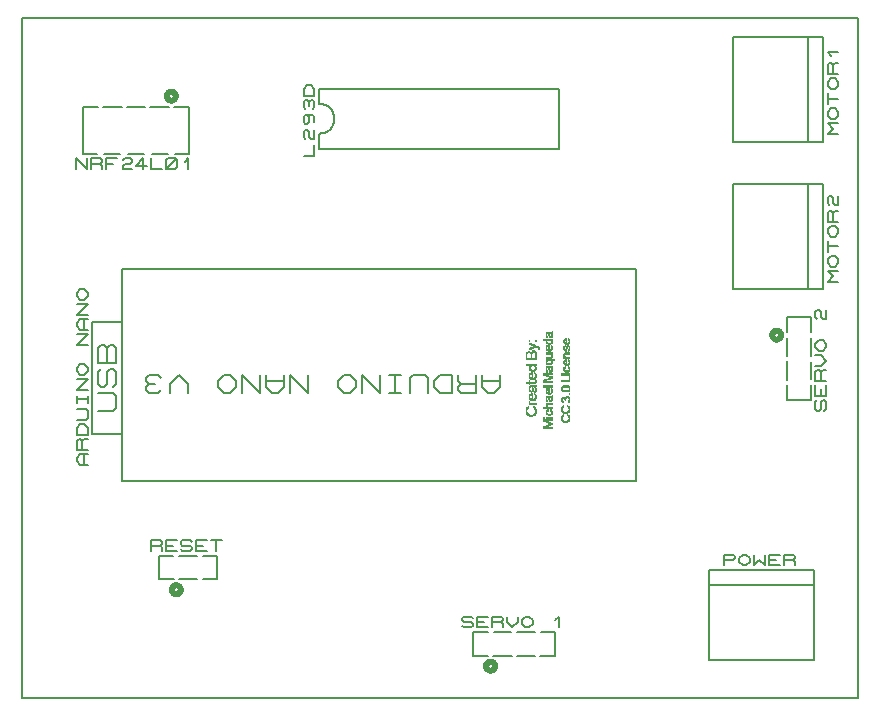
<source format=gbr>
G04 PROTEUS GERBER X2 FILE*
%TF.GenerationSoftware,Labcenter,Proteus,8.9-SP2-Build28501*%
%TF.CreationDate,2020-07-14T17:10:42+00:00*%
%TF.FileFunction,Legend,Top*%
%TF.FilePolarity,Positive*%
%TF.Part,Single*%
%TF.SameCoordinates,{7d90a529-71f2-4dae-951e-d5efde4002f7}*%
%FSLAX45Y45*%
%MOMM*%
G01*
%TA.AperFunction,Profile*%
%ADD18C,0.203200*%
%TA.AperFunction,Material*%
%ADD19C,0.203200*%
%ADD70C,0.063500*%
%ADD71C,0.508000*%
%ADD20C,0.152400*%
%TD.AperFunction*%
D18*
X-5054600Y-1854200D02*
X+2019300Y-1854200D01*
X+2019300Y+3898900D01*
X-5054600Y+3898900D01*
X-5054600Y-1854200D01*
D19*
X-4210000Y-22200D02*
X+140000Y-22200D01*
X+140000Y+1778600D01*
X-4210000Y+1778600D01*
X-4210000Y-22200D01*
X-4460000Y+377800D02*
X-4210000Y+377800D01*
X-4210000Y+1327800D01*
X-4460000Y+1327800D01*
X-4460000Y+377800D01*
X-4409200Y+577800D02*
X-4282200Y+577800D01*
X-4256800Y+603200D01*
X-4256800Y+704800D01*
X-4282200Y+730200D01*
X-4409200Y+730200D01*
X-4282200Y+781000D02*
X-4256800Y+806400D01*
X-4256800Y+908000D01*
X-4282200Y+933400D01*
X-4307600Y+933400D01*
X-4333000Y+908000D01*
X-4333000Y+806400D01*
X-4358400Y+781000D01*
X-4383800Y+781000D01*
X-4409200Y+806400D01*
X-4409200Y+908000D01*
X-4383800Y+933400D01*
X-4256800Y+984200D02*
X-4409200Y+984200D01*
X-4409200Y+1111200D01*
X-4383800Y+1136600D01*
X-4358400Y+1136600D01*
X-4333000Y+1111200D01*
X-4307600Y+1136600D01*
X-4282200Y+1136600D01*
X-4256800Y+1111200D01*
X-4256800Y+984200D01*
X-4333000Y+984200D02*
X-4333000Y+1111200D01*
X-1010000Y+881000D02*
X-1010000Y+779400D01*
X-1060800Y+728600D01*
X-1111600Y+728600D01*
X-1162400Y+779400D01*
X-1162400Y+881000D01*
X-1010000Y+830200D02*
X-1162400Y+830200D01*
X-1213200Y+881000D02*
X-1213200Y+728600D01*
X-1340200Y+728600D01*
X-1365600Y+754000D01*
X-1365600Y+779400D01*
X-1340200Y+804800D01*
X-1213200Y+804800D01*
X-1340200Y+804800D02*
X-1365600Y+830200D01*
X-1365600Y+881000D01*
X-1416400Y+881000D02*
X-1416400Y+728600D01*
X-1518000Y+728600D01*
X-1568800Y+779400D01*
X-1568800Y+830200D01*
X-1518000Y+881000D01*
X-1416400Y+881000D01*
X-1619600Y+728600D02*
X-1619600Y+855600D01*
X-1645000Y+881000D01*
X-1746600Y+881000D01*
X-1772000Y+855600D01*
X-1772000Y+728600D01*
X-1848200Y+728600D02*
X-1949800Y+728600D01*
X-1899000Y+728600D02*
X-1899000Y+881000D01*
X-1848200Y+881000D02*
X-1949800Y+881000D01*
X-2026000Y+881000D02*
X-2026000Y+728600D01*
X-2178400Y+881000D01*
X-2178400Y+728600D01*
X-2229200Y+779400D02*
X-2280000Y+728600D01*
X-2330800Y+728600D01*
X-2381600Y+779400D01*
X-2381600Y+830200D01*
X-2330800Y+881000D01*
X-2280000Y+881000D01*
X-2229200Y+830200D01*
X-2229200Y+779400D01*
X-2635600Y+881000D02*
X-2635600Y+728600D01*
X-2788000Y+881000D01*
X-2788000Y+728600D01*
X-2838800Y+881000D02*
X-2838800Y+779400D01*
X-2889600Y+728600D01*
X-2940400Y+728600D01*
X-2991200Y+779400D01*
X-2991200Y+881000D01*
X-2838800Y+830200D02*
X-2991200Y+830200D01*
X-3042000Y+881000D02*
X-3042000Y+728600D01*
X-3194400Y+881000D01*
X-3194400Y+728600D01*
X-3245200Y+779400D02*
X-3296000Y+728600D01*
X-3346800Y+728600D01*
X-3397600Y+779400D01*
X-3397600Y+830200D01*
X-3346800Y+881000D01*
X-3296000Y+881000D01*
X-3245200Y+830200D01*
X-3245200Y+779400D01*
X-3651600Y+728600D02*
X-3651600Y+804800D01*
X-3727800Y+881000D01*
X-3804000Y+804800D01*
X-3804000Y+728600D01*
X-3880200Y+754000D02*
X-3905600Y+728600D01*
X-3981800Y+728600D01*
X-4007200Y+754000D01*
X-4007200Y+779400D01*
X-3981800Y+804800D01*
X-4007200Y+830200D01*
X-4007200Y+855600D01*
X-3981800Y+881000D01*
X-3905600Y+881000D01*
X-3880200Y+855600D01*
X-3931000Y+804800D02*
X-3981800Y+804800D01*
D70*
X-789680Y+563360D02*
X-789680Y+593840D01*
X-789680Y+959600D02*
X-789680Y+969760D01*
X-789680Y+1015480D02*
X-789680Y+1066280D01*
X-784600Y+548120D02*
X-784600Y+604000D01*
X-784600Y+812280D02*
X-784600Y+822440D01*
X-784600Y+959600D02*
X-784600Y+969760D01*
X-784600Y+1015480D02*
X-784600Y+1076440D01*
X-779520Y+543040D02*
X-779520Y+563360D01*
X-779520Y+593840D02*
X-779520Y+609080D01*
X-779520Y+812280D02*
X-779520Y+822440D01*
X-779520Y+959600D02*
X-779520Y+969760D01*
X-779520Y+1015480D02*
X-779520Y+1025640D01*
X-779520Y+1066280D02*
X-779520Y+1076440D01*
X-774440Y+537960D02*
X-774440Y+553200D01*
X-774440Y+598920D02*
X-774440Y+609080D01*
X-774440Y+812280D02*
X-774440Y+822440D01*
X-774440Y+959600D02*
X-774440Y+969760D01*
X-774440Y+1015480D02*
X-774440Y+1025640D01*
X-774440Y+1071360D02*
X-774440Y+1081520D01*
X-769360Y+537960D02*
X-769360Y+548120D01*
X-769360Y+604000D02*
X-769360Y+614160D01*
X-769360Y+812280D02*
X-769360Y+822440D01*
X-769360Y+959600D02*
X-769360Y+969760D01*
X-769360Y+1015480D02*
X-769360Y+1025640D01*
X-769360Y+1071360D02*
X-769360Y+1081520D01*
X-764280Y+537960D02*
X-764280Y+548120D01*
X-764280Y+629400D02*
X-764280Y+639560D01*
X-764280Y+644640D02*
X-764280Y+659880D01*
X-764280Y+680200D02*
X-764280Y+710680D01*
X-764280Y+751320D02*
X-764280Y+781800D01*
X-764280Y+802120D02*
X-764280Y+837680D01*
X-764280Y+858000D02*
X-764280Y+888480D01*
X-764280Y+929120D02*
X-764280Y+949440D01*
X-764280Y+959600D02*
X-764280Y+969760D01*
X-764280Y+1015480D02*
X-764280Y+1025640D01*
X-764280Y+1071360D02*
X-764280Y+1081520D01*
X-764280Y+1096760D02*
X-764280Y+1106920D01*
X-764280Y+1142480D02*
X-764280Y+1152640D01*
X-764280Y+1162800D02*
X-764280Y+1172960D01*
X-759200Y+532880D02*
X-759200Y+543040D01*
X-759200Y+629400D02*
X-759200Y+659880D01*
X-759200Y+675120D02*
X-759200Y+715760D01*
X-759200Y+741160D02*
X-759200Y+786880D01*
X-759200Y+802120D02*
X-759200Y+837680D01*
X-759200Y+852920D02*
X-759200Y+893560D01*
X-759200Y+924040D02*
X-759200Y+954520D01*
X-759200Y+959600D02*
X-759200Y+969760D01*
X-759200Y+1015480D02*
X-759200Y+1025640D01*
X-759200Y+1071360D02*
X-759200Y+1081520D01*
X-759200Y+1096760D02*
X-759200Y+1106920D01*
X-759200Y+1142480D02*
X-759200Y+1152640D01*
X-759200Y+1162800D02*
X-759200Y+1172960D01*
X-754120Y+532880D02*
X-754120Y+543040D01*
X-754120Y+629400D02*
X-754120Y+644640D01*
X-754120Y+670040D02*
X-754120Y+685280D01*
X-754120Y+705600D02*
X-754120Y+720840D01*
X-754120Y+741160D02*
X-754120Y+751320D01*
X-754120Y+776720D02*
X-754120Y+791960D01*
X-754120Y+812280D02*
X-754120Y+822440D01*
X-754120Y+847840D02*
X-754120Y+863080D01*
X-754120Y+883400D02*
X-754120Y+898640D01*
X-754120Y+918960D02*
X-754120Y+934200D01*
X-754120Y+949440D02*
X-754120Y+969760D01*
X-754120Y+1015480D02*
X-754120Y+1025640D01*
X-754120Y+1066280D02*
X-754120Y+1076440D01*
X-754120Y+1101840D02*
X-754120Y+1112000D01*
X-754120Y+1137400D02*
X-754120Y+1147560D01*
X-749040Y+532880D02*
X-749040Y+543040D01*
X-749040Y+629400D02*
X-749040Y+639560D01*
X-749040Y+670040D02*
X-749040Y+680200D01*
X-749040Y+710680D02*
X-749040Y+725920D01*
X-749040Y+736080D02*
X-749040Y+746240D01*
X-749040Y+781800D02*
X-749040Y+791960D01*
X-749040Y+812280D02*
X-749040Y+822440D01*
X-749040Y+847840D02*
X-749040Y+858000D01*
X-749040Y+888480D02*
X-749040Y+903720D01*
X-749040Y+913880D02*
X-749040Y+929120D01*
X-749040Y+954520D02*
X-749040Y+969760D01*
X-749040Y+1015480D02*
X-749040Y+1071360D01*
X-749040Y+1101840D02*
X-749040Y+1112000D01*
X-749040Y+1137400D02*
X-749040Y+1147560D01*
X-743960Y+532880D02*
X-743960Y+543040D01*
X-743960Y+629400D02*
X-743960Y+639560D01*
X-743960Y+664960D02*
X-743960Y+675120D01*
X-743960Y+715760D02*
X-743960Y+725920D01*
X-743960Y+781800D02*
X-743960Y+791960D01*
X-743960Y+812280D02*
X-743960Y+822440D01*
X-743960Y+842760D02*
X-743960Y+852920D01*
X-743960Y+893560D02*
X-743960Y+903720D01*
X-743960Y+913880D02*
X-743960Y+924040D01*
X-743960Y+959600D02*
X-743960Y+969760D01*
X-743960Y+1015480D02*
X-743960Y+1076440D01*
X-743960Y+1101840D02*
X-743960Y+1112000D01*
X-743960Y+1132320D02*
X-743960Y+1142480D01*
X-738880Y+532880D02*
X-738880Y+543040D01*
X-738880Y+629400D02*
X-738880Y+639560D01*
X-738880Y+664960D02*
X-738880Y+725920D01*
X-738880Y+766560D02*
X-738880Y+791960D01*
X-738880Y+812280D02*
X-738880Y+822440D01*
X-738880Y+842760D02*
X-738880Y+903720D01*
X-738880Y+913880D02*
X-738880Y+924040D01*
X-738880Y+959600D02*
X-738880Y+969760D01*
X-738880Y+1015480D02*
X-738880Y+1025640D01*
X-738880Y+1066280D02*
X-738880Y+1081520D01*
X-738880Y+1106920D02*
X-738880Y+1117080D01*
X-738880Y+1132320D02*
X-738880Y+1142480D01*
X-733800Y+532880D02*
X-733800Y+543040D01*
X-733800Y+629400D02*
X-733800Y+639560D01*
X-733800Y+664960D02*
X-733800Y+725920D01*
X-733800Y+746240D02*
X-733800Y+791960D01*
X-733800Y+812280D02*
X-733800Y+822440D01*
X-733800Y+842760D02*
X-733800Y+903720D01*
X-733800Y+913880D02*
X-733800Y+924040D01*
X-733800Y+959600D02*
X-733800Y+969760D01*
X-733800Y+1015480D02*
X-733800Y+1025640D01*
X-733800Y+1076440D02*
X-733800Y+1086600D01*
X-733800Y+1106920D02*
X-733800Y+1117080D01*
X-733800Y+1132320D02*
X-733800Y+1142480D01*
X-728720Y+537960D02*
X-728720Y+548120D01*
X-728720Y+604000D02*
X-728720Y+614160D01*
X-728720Y+629400D02*
X-728720Y+639560D01*
X-728720Y+664960D02*
X-728720Y+675120D01*
X-728720Y+741160D02*
X-728720Y+766560D01*
X-728720Y+781800D02*
X-728720Y+791960D01*
X-728720Y+812280D02*
X-728720Y+822440D01*
X-728720Y+842760D02*
X-728720Y+852920D01*
X-728720Y+913880D02*
X-728720Y+924040D01*
X-728720Y+959600D02*
X-728720Y+969760D01*
X-728720Y+1015480D02*
X-728720Y+1025640D01*
X-728720Y+1076440D02*
X-728720Y+1086600D01*
X-728720Y+1106920D02*
X-728720Y+1117080D01*
X-728720Y+1127240D02*
X-728720Y+1137400D01*
X-723640Y+537960D02*
X-723640Y+548120D01*
X-723640Y+598920D02*
X-723640Y+614160D01*
X-723640Y+629400D02*
X-723640Y+639560D01*
X-723640Y+664960D02*
X-723640Y+675120D01*
X-723640Y+736080D02*
X-723640Y+746240D01*
X-723640Y+781800D02*
X-723640Y+791960D01*
X-723640Y+812280D02*
X-723640Y+822440D01*
X-723640Y+842760D02*
X-723640Y+852920D01*
X-723640Y+913880D02*
X-723640Y+924040D01*
X-723640Y+959600D02*
X-723640Y+969760D01*
X-723640Y+1015480D02*
X-723640Y+1025640D01*
X-723640Y+1076440D02*
X-723640Y+1086600D01*
X-723640Y+1112000D02*
X-723640Y+1122160D01*
X-723640Y+1127240D02*
X-723640Y+1137400D01*
X-718560Y+537960D02*
X-718560Y+553200D01*
X-718560Y+593840D02*
X-718560Y+609080D01*
X-718560Y+629400D02*
X-718560Y+639560D01*
X-718560Y+664960D02*
X-718560Y+680200D01*
X-718560Y+715760D02*
X-718560Y+725920D01*
X-718560Y+736080D02*
X-718560Y+746240D01*
X-718560Y+776720D02*
X-718560Y+791960D01*
X-718560Y+812280D02*
X-718560Y+822440D01*
X-718560Y+842760D02*
X-718560Y+858000D01*
X-718560Y+893560D02*
X-718560Y+903720D01*
X-718560Y+918960D02*
X-718560Y+929120D01*
X-718560Y+954520D02*
X-718560Y+969760D01*
X-718560Y+1015480D02*
X-718560Y+1025640D01*
X-718560Y+1076440D02*
X-718560Y+1086600D01*
X-718560Y+1112000D02*
X-718560Y+1132320D01*
X-713480Y+543040D02*
X-713480Y+563360D01*
X-713480Y+588760D02*
X-713480Y+604000D01*
X-713480Y+629400D02*
X-713480Y+639560D01*
X-713480Y+670040D02*
X-713480Y+685280D01*
X-713480Y+710680D02*
X-713480Y+720840D01*
X-713480Y+736080D02*
X-713480Y+751320D01*
X-713480Y+771640D02*
X-713480Y+791960D01*
X-713480Y+812280D02*
X-713480Y+822440D01*
X-713480Y+847840D02*
X-713480Y+863080D01*
X-713480Y+888480D02*
X-713480Y+898640D01*
X-713480Y+918960D02*
X-713480Y+934200D01*
X-713480Y+949440D02*
X-713480Y+969760D01*
X-713480Y+1015480D02*
X-713480Y+1025640D01*
X-713480Y+1066280D02*
X-713480Y+1081520D01*
X-713480Y+1112000D02*
X-713480Y+1132320D01*
X-708400Y+548120D02*
X-708400Y+598920D01*
X-708400Y+629400D02*
X-708400Y+639560D01*
X-708400Y+675120D02*
X-708400Y+715760D01*
X-708400Y+741160D02*
X-708400Y+776720D01*
X-708400Y+781800D02*
X-708400Y+791960D01*
X-708400Y+812280D02*
X-708400Y+837680D01*
X-708400Y+852920D02*
X-708400Y+893560D01*
X-708400Y+924040D02*
X-708400Y+954520D01*
X-708400Y+959600D02*
X-708400Y+969760D01*
X-708400Y+1015480D02*
X-708400Y+1081520D01*
X-708400Y+1117080D02*
X-708400Y+1132320D01*
X-708400Y+1162800D02*
X-708400Y+1172960D01*
X-703320Y+558280D02*
X-703320Y+588760D01*
X-703320Y+629400D02*
X-703320Y+639560D01*
X-703320Y+680200D02*
X-703320Y+710680D01*
X-703320Y+746240D02*
X-703320Y+771640D01*
X-703320Y+786880D02*
X-703320Y+797040D01*
X-703320Y+817360D02*
X-703320Y+837680D01*
X-703320Y+858000D02*
X-703320Y+888480D01*
X-703320Y+929120D02*
X-703320Y+949440D01*
X-703320Y+959600D02*
X-703320Y+969760D01*
X-703320Y+1015480D02*
X-703320Y+1071360D01*
X-703320Y+1117080D02*
X-703320Y+1127240D01*
X-703320Y+1162800D02*
X-703320Y+1172960D01*
X-698240Y+1117080D02*
X-698240Y+1127240D01*
X-693160Y+1117080D02*
X-693160Y+1127240D01*
X-688080Y+1112000D02*
X-688080Y+1122160D01*
X-683000Y+1101840D02*
X-683000Y+1122160D01*
X-677920Y+1101840D02*
X-677920Y+1117080D01*
X-642220Y+430340D02*
X-642220Y+445580D01*
X-642220Y+491300D02*
X-642220Y+506540D01*
X-642220Y+516700D02*
X-642220Y+526860D01*
X-642220Y+597980D02*
X-642220Y+608140D01*
X-642220Y+780860D02*
X-642220Y+791020D01*
X-642220Y+821500D02*
X-642220Y+836740D01*
X-642220Y+882460D02*
X-642220Y+897700D01*
X-642220Y+1177100D02*
X-642220Y+1187260D01*
X-637140Y+430340D02*
X-637140Y+450660D01*
X-637140Y+486220D02*
X-637140Y+506540D01*
X-637140Y+516700D02*
X-637140Y+526860D01*
X-637140Y+597980D02*
X-637140Y+608140D01*
X-637140Y+780860D02*
X-637140Y+791020D01*
X-637140Y+821500D02*
X-637140Y+841820D01*
X-637140Y+877380D02*
X-637140Y+897700D01*
X-637140Y+1177100D02*
X-637140Y+1187260D01*
X-632060Y+430340D02*
X-632060Y+450660D01*
X-632060Y+486220D02*
X-632060Y+506540D01*
X-632060Y+597980D02*
X-632060Y+608140D01*
X-632060Y+780860D02*
X-632060Y+791020D01*
X-632060Y+821500D02*
X-632060Y+841820D01*
X-632060Y+877380D02*
X-632060Y+897700D01*
X-632060Y+1177100D02*
X-632060Y+1187260D01*
X-626980Y+430340D02*
X-626980Y+440500D01*
X-626980Y+445580D02*
X-626980Y+450660D01*
X-626980Y+486220D02*
X-626980Y+491300D01*
X-626980Y+496380D02*
X-626980Y+506540D01*
X-626980Y+597980D02*
X-626980Y+608140D01*
X-626980Y+780860D02*
X-626980Y+791020D01*
X-626980Y+821500D02*
X-626980Y+831660D01*
X-626980Y+836740D02*
X-626980Y+841820D01*
X-626980Y+877380D02*
X-626980Y+882460D01*
X-626980Y+887540D02*
X-626980Y+897700D01*
X-626980Y+1177100D02*
X-626980Y+1187260D01*
X-621900Y+430340D02*
X-621900Y+440500D01*
X-621900Y+445580D02*
X-621900Y+455740D01*
X-621900Y+481140D02*
X-621900Y+491300D01*
X-621900Y+496380D02*
X-621900Y+506540D01*
X-621900Y+516700D02*
X-621900Y+526860D01*
X-621900Y+557340D02*
X-621900Y+577660D01*
X-621900Y+597980D02*
X-621900Y+608140D01*
X-621900Y+613220D02*
X-621900Y+633540D01*
X-621900Y+669100D02*
X-621900Y+699580D01*
X-621900Y+735140D02*
X-621900Y+755460D01*
X-621900Y+780860D02*
X-621900Y+791020D01*
X-621900Y+821500D02*
X-621900Y+831660D01*
X-621900Y+836740D02*
X-621900Y+846900D01*
X-621900Y+872300D02*
X-621900Y+882460D01*
X-621900Y+887540D02*
X-621900Y+897700D01*
X-621900Y+918020D02*
X-621900Y+948500D01*
X-621900Y+978980D02*
X-621900Y+999300D01*
X-621900Y+1004380D02*
X-621900Y+1014540D01*
X-621900Y+1024700D02*
X-621900Y+1034860D01*
X-621900Y+1060260D02*
X-621900Y+1070420D01*
X-621900Y+1100900D02*
X-621900Y+1121220D01*
X-621900Y+1151700D02*
X-621900Y+1172020D01*
X-621900Y+1177100D02*
X-621900Y+1187260D01*
X-621900Y+1207580D02*
X-621900Y+1238060D01*
X-616820Y+430340D02*
X-616820Y+440500D01*
X-616820Y+445580D02*
X-616820Y+455740D01*
X-616820Y+481140D02*
X-616820Y+491300D01*
X-616820Y+496380D02*
X-616820Y+506540D01*
X-616820Y+516700D02*
X-616820Y+526860D01*
X-616820Y+547180D02*
X-616820Y+582740D01*
X-616820Y+597980D02*
X-616820Y+638620D01*
X-616820Y+658940D02*
X-616820Y+704660D01*
X-616820Y+724980D02*
X-616820Y+765620D01*
X-616820Y+780860D02*
X-616820Y+791020D01*
X-616820Y+821500D02*
X-616820Y+831660D01*
X-616820Y+836740D02*
X-616820Y+846900D01*
X-616820Y+872300D02*
X-616820Y+882460D01*
X-616820Y+887540D02*
X-616820Y+897700D01*
X-616820Y+907860D02*
X-616820Y+953580D01*
X-616820Y+973900D02*
X-616820Y+1014540D01*
X-616820Y+1024700D02*
X-616820Y+1034860D01*
X-616820Y+1060260D02*
X-616820Y+1070420D01*
X-616820Y+1090740D02*
X-616820Y+1131380D01*
X-616820Y+1146620D02*
X-616820Y+1187260D01*
X-616820Y+1197420D02*
X-616820Y+1243140D01*
X-611740Y+430340D02*
X-611740Y+440500D01*
X-611740Y+450660D02*
X-611740Y+455740D01*
X-611740Y+481140D02*
X-611740Y+486220D01*
X-611740Y+496380D02*
X-611740Y+506540D01*
X-611740Y+516700D02*
X-611740Y+526860D01*
X-611740Y+547180D02*
X-611740Y+557340D01*
X-611740Y+572580D02*
X-611740Y+587820D01*
X-611740Y+597980D02*
X-611740Y+613220D01*
X-611740Y+628460D02*
X-611740Y+643700D01*
X-611740Y+658940D02*
X-611740Y+669100D01*
X-611740Y+694500D02*
X-611740Y+704660D01*
X-611740Y+724980D02*
X-611740Y+735140D01*
X-611740Y+755460D02*
X-611740Y+765620D01*
X-611740Y+780860D02*
X-611740Y+791020D01*
X-611740Y+821500D02*
X-611740Y+831660D01*
X-611740Y+841820D02*
X-611740Y+846900D01*
X-611740Y+872300D02*
X-611740Y+877380D01*
X-611740Y+887540D02*
X-611740Y+897700D01*
X-611740Y+907860D02*
X-611740Y+918020D01*
X-611740Y+943420D02*
X-611740Y+953580D01*
X-611740Y+973900D02*
X-611740Y+984060D01*
X-611740Y+999300D02*
X-611740Y+1014540D01*
X-611740Y+1024700D02*
X-611740Y+1034860D01*
X-611740Y+1060260D02*
X-611740Y+1070420D01*
X-611740Y+1090740D02*
X-611740Y+1100900D01*
X-611740Y+1121220D02*
X-611740Y+1131380D01*
X-611740Y+1146620D02*
X-611740Y+1156780D01*
X-611740Y+1172020D02*
X-611740Y+1187260D01*
X-611740Y+1197420D02*
X-611740Y+1207580D01*
X-611740Y+1232980D02*
X-611740Y+1243140D01*
X-606660Y+430340D02*
X-606660Y+440500D01*
X-606660Y+450660D02*
X-606660Y+460820D01*
X-606660Y+476060D02*
X-606660Y+486220D01*
X-606660Y+496380D02*
X-606660Y+506540D01*
X-606660Y+516700D02*
X-606660Y+526860D01*
X-606660Y+542100D02*
X-606660Y+552260D01*
X-606660Y+577660D02*
X-606660Y+587820D01*
X-606660Y+597980D02*
X-606660Y+608140D01*
X-606660Y+633540D02*
X-606660Y+643700D01*
X-606660Y+694500D02*
X-606660Y+704660D01*
X-606660Y+719900D02*
X-606660Y+730060D01*
X-606660Y+760540D02*
X-606660Y+770700D01*
X-606660Y+780860D02*
X-606660Y+791020D01*
X-606660Y+821500D02*
X-606660Y+831660D01*
X-606660Y+841820D02*
X-606660Y+851980D01*
X-606660Y+867220D02*
X-606660Y+877380D01*
X-606660Y+887540D02*
X-606660Y+897700D01*
X-606660Y+943420D02*
X-606660Y+953580D01*
X-606660Y+968820D02*
X-606660Y+978980D01*
X-606660Y+1004380D02*
X-606660Y+1014540D01*
X-606660Y+1024700D02*
X-606660Y+1034860D01*
X-606660Y+1060260D02*
X-606660Y+1070420D01*
X-606660Y+1085660D02*
X-606660Y+1095820D01*
X-606660Y+1126300D02*
X-606660Y+1136460D01*
X-606660Y+1141540D02*
X-606660Y+1151700D01*
X-606660Y+1177100D02*
X-606660Y+1187260D01*
X-606660Y+1232980D02*
X-606660Y+1243140D01*
X-601580Y+430340D02*
X-601580Y+440500D01*
X-601580Y+450660D02*
X-601580Y+460820D01*
X-601580Y+476060D02*
X-601580Y+486220D01*
X-601580Y+496380D02*
X-601580Y+506540D01*
X-601580Y+516700D02*
X-601580Y+526860D01*
X-601580Y+542100D02*
X-601580Y+552260D01*
X-601580Y+597980D02*
X-601580Y+608140D01*
X-601580Y+633540D02*
X-601580Y+643700D01*
X-601580Y+679260D02*
X-601580Y+704660D01*
X-601580Y+719900D02*
X-601580Y+770700D01*
X-601580Y+780860D02*
X-601580Y+791020D01*
X-601580Y+821500D02*
X-601580Y+831660D01*
X-601580Y+841820D02*
X-601580Y+851980D01*
X-601580Y+867220D02*
X-601580Y+877380D01*
X-601580Y+887540D02*
X-601580Y+897700D01*
X-601580Y+928180D02*
X-601580Y+953580D01*
X-601580Y+968820D02*
X-601580Y+978980D01*
X-601580Y+1004380D02*
X-601580Y+1014540D01*
X-601580Y+1024700D02*
X-601580Y+1034860D01*
X-601580Y+1060260D02*
X-601580Y+1070420D01*
X-601580Y+1085660D02*
X-601580Y+1136460D01*
X-601580Y+1141540D02*
X-601580Y+1151700D01*
X-601580Y+1177100D02*
X-601580Y+1187260D01*
X-601580Y+1217740D02*
X-601580Y+1243140D01*
X-596500Y+430340D02*
X-596500Y+440500D01*
X-596500Y+455740D02*
X-596500Y+460820D01*
X-596500Y+476060D02*
X-596500Y+481140D01*
X-596500Y+496380D02*
X-596500Y+506540D01*
X-596500Y+516700D02*
X-596500Y+526860D01*
X-596500Y+542100D02*
X-596500Y+552260D01*
X-596500Y+597980D02*
X-596500Y+608140D01*
X-596500Y+633540D02*
X-596500Y+643700D01*
X-596500Y+664020D02*
X-596500Y+704660D01*
X-596500Y+719900D02*
X-596500Y+770700D01*
X-596500Y+780860D02*
X-596500Y+791020D01*
X-596500Y+821500D02*
X-596500Y+831660D01*
X-596500Y+846900D02*
X-596500Y+851980D01*
X-596500Y+867220D02*
X-596500Y+872300D01*
X-596500Y+887540D02*
X-596500Y+897700D01*
X-596500Y+912940D02*
X-596500Y+953580D01*
X-596500Y+968820D02*
X-596500Y+978980D01*
X-596500Y+1004380D02*
X-596500Y+1014540D01*
X-596500Y+1024700D02*
X-596500Y+1034860D01*
X-596500Y+1060260D02*
X-596500Y+1070420D01*
X-596500Y+1085660D02*
X-596500Y+1136460D01*
X-596500Y+1141540D02*
X-596500Y+1151700D01*
X-596500Y+1177100D02*
X-596500Y+1187260D01*
X-596500Y+1202500D02*
X-596500Y+1243140D01*
X-591420Y+430340D02*
X-591420Y+440500D01*
X-591420Y+455740D02*
X-591420Y+465900D01*
X-591420Y+470980D02*
X-591420Y+481140D01*
X-591420Y+496380D02*
X-591420Y+506540D01*
X-591420Y+516700D02*
X-591420Y+526860D01*
X-591420Y+542100D02*
X-591420Y+552260D01*
X-591420Y+597980D02*
X-591420Y+608140D01*
X-591420Y+633540D02*
X-591420Y+643700D01*
X-591420Y+658940D02*
X-591420Y+679260D01*
X-591420Y+694500D02*
X-591420Y+704660D01*
X-591420Y+719900D02*
X-591420Y+730060D01*
X-591420Y+780860D02*
X-591420Y+791020D01*
X-591420Y+821500D02*
X-591420Y+831660D01*
X-591420Y+846900D02*
X-591420Y+857060D01*
X-591420Y+862140D02*
X-591420Y+872300D01*
X-591420Y+887540D02*
X-591420Y+897700D01*
X-591420Y+907860D02*
X-591420Y+928180D01*
X-591420Y+943420D02*
X-591420Y+953580D01*
X-591420Y+968820D02*
X-591420Y+978980D01*
X-591420Y+1004380D02*
X-591420Y+1014540D01*
X-591420Y+1024700D02*
X-591420Y+1034860D01*
X-591420Y+1060260D02*
X-591420Y+1070420D01*
X-591420Y+1085660D02*
X-591420Y+1095820D01*
X-591420Y+1141540D02*
X-591420Y+1151700D01*
X-591420Y+1177100D02*
X-591420Y+1187260D01*
X-591420Y+1197420D02*
X-591420Y+1217740D01*
X-591420Y+1232980D02*
X-591420Y+1243140D01*
X-586340Y+430340D02*
X-586340Y+440500D01*
X-586340Y+455740D02*
X-586340Y+465900D01*
X-586340Y+470980D02*
X-586340Y+481140D01*
X-586340Y+496380D02*
X-586340Y+506540D01*
X-586340Y+516700D02*
X-586340Y+526860D01*
X-586340Y+542100D02*
X-586340Y+552260D01*
X-586340Y+577660D02*
X-586340Y+587820D01*
X-586340Y+597980D02*
X-586340Y+608140D01*
X-586340Y+633540D02*
X-586340Y+643700D01*
X-586340Y+658940D02*
X-586340Y+669100D01*
X-586340Y+694500D02*
X-586340Y+704660D01*
X-586340Y+719900D02*
X-586340Y+730060D01*
X-586340Y+780860D02*
X-586340Y+791020D01*
X-586340Y+821500D02*
X-586340Y+831660D01*
X-586340Y+846900D02*
X-586340Y+857060D01*
X-586340Y+862140D02*
X-586340Y+872300D01*
X-586340Y+887540D02*
X-586340Y+897700D01*
X-586340Y+907860D02*
X-586340Y+918020D01*
X-586340Y+943420D02*
X-586340Y+953580D01*
X-586340Y+968820D02*
X-586340Y+978980D01*
X-586340Y+1004380D02*
X-586340Y+1014540D01*
X-586340Y+1024700D02*
X-586340Y+1034860D01*
X-586340Y+1060260D02*
X-586340Y+1070420D01*
X-586340Y+1085660D02*
X-586340Y+1095820D01*
X-586340Y+1141540D02*
X-586340Y+1151700D01*
X-586340Y+1177100D02*
X-586340Y+1187260D01*
X-586340Y+1197420D02*
X-586340Y+1207580D01*
X-586340Y+1232980D02*
X-586340Y+1243140D01*
X-581260Y+430340D02*
X-581260Y+440500D01*
X-581260Y+460820D02*
X-581260Y+465900D01*
X-581260Y+470980D02*
X-581260Y+476060D01*
X-581260Y+496380D02*
X-581260Y+506540D01*
X-581260Y+516700D02*
X-581260Y+526860D01*
X-581260Y+547180D02*
X-581260Y+557340D01*
X-581260Y+572580D02*
X-581260Y+587820D01*
X-581260Y+597980D02*
X-581260Y+608140D01*
X-581260Y+633540D02*
X-581260Y+643700D01*
X-581260Y+658940D02*
X-581260Y+669100D01*
X-581260Y+689420D02*
X-581260Y+704660D01*
X-581260Y+724980D02*
X-581260Y+735140D01*
X-581260Y+755460D02*
X-581260Y+770700D01*
X-581260Y+780860D02*
X-581260Y+791020D01*
X-581260Y+821500D02*
X-581260Y+831660D01*
X-581260Y+851980D02*
X-581260Y+857060D01*
X-581260Y+862140D02*
X-581260Y+867220D01*
X-581260Y+887540D02*
X-581260Y+897700D01*
X-581260Y+907860D02*
X-581260Y+918020D01*
X-581260Y+938340D02*
X-581260Y+953580D01*
X-581260Y+973900D02*
X-581260Y+984060D01*
X-581260Y+999300D02*
X-581260Y+1014540D01*
X-581260Y+1024700D02*
X-581260Y+1039940D01*
X-581260Y+1055180D02*
X-581260Y+1070420D01*
X-581260Y+1090740D02*
X-581260Y+1100900D01*
X-581260Y+1121220D02*
X-581260Y+1136460D01*
X-581260Y+1146620D02*
X-581260Y+1156780D01*
X-581260Y+1172020D02*
X-581260Y+1187260D01*
X-581260Y+1197420D02*
X-581260Y+1207580D01*
X-581260Y+1227900D02*
X-581260Y+1243140D01*
X-576180Y+430340D02*
X-576180Y+440500D01*
X-576180Y+460820D02*
X-576180Y+476060D01*
X-576180Y+496380D02*
X-576180Y+506540D01*
X-576180Y+516700D02*
X-576180Y+526860D01*
X-576180Y+547180D02*
X-576180Y+582740D01*
X-576180Y+597980D02*
X-576180Y+608140D01*
X-576180Y+633540D02*
X-576180Y+643700D01*
X-576180Y+658940D02*
X-576180Y+704660D01*
X-576180Y+724980D02*
X-576180Y+765620D01*
X-576180Y+780860D02*
X-576180Y+791020D01*
X-576180Y+821500D02*
X-576180Y+831660D01*
X-576180Y+851980D02*
X-576180Y+867220D01*
X-576180Y+887540D02*
X-576180Y+897700D01*
X-576180Y+907860D02*
X-576180Y+953580D01*
X-576180Y+973900D02*
X-576180Y+1014540D01*
X-576180Y+1029780D02*
X-576180Y+1070420D01*
X-576180Y+1090740D02*
X-576180Y+1131380D01*
X-576180Y+1146620D02*
X-576180Y+1187260D01*
X-576180Y+1197420D02*
X-576180Y+1243140D01*
X-571100Y+430340D02*
X-571100Y+440500D01*
X-571100Y+460820D02*
X-571100Y+476060D01*
X-571100Y+496380D02*
X-571100Y+506540D01*
X-571100Y+516700D02*
X-571100Y+526860D01*
X-571100Y+552260D02*
X-571100Y+577660D01*
X-571100Y+597980D02*
X-571100Y+608140D01*
X-571100Y+633540D02*
X-571100Y+643700D01*
X-571100Y+664020D02*
X-571100Y+689420D01*
X-571100Y+699580D02*
X-571100Y+709740D01*
X-571100Y+735140D02*
X-571100Y+760540D01*
X-571100Y+780860D02*
X-571100Y+791020D01*
X-571100Y+821500D02*
X-571100Y+831660D01*
X-571100Y+851980D02*
X-571100Y+867220D01*
X-571100Y+887540D02*
X-571100Y+897700D01*
X-571100Y+912940D02*
X-571100Y+938340D01*
X-571100Y+948500D02*
X-571100Y+958660D01*
X-571100Y+978980D02*
X-571100Y+999300D01*
X-571100Y+1004380D02*
X-571100Y+1014540D01*
X-571100Y+1034860D02*
X-571100Y+1055180D01*
X-571100Y+1060260D02*
X-571100Y+1070420D01*
X-571100Y+1100900D02*
X-571100Y+1126300D01*
X-571100Y+1151700D02*
X-571100Y+1172020D01*
X-571100Y+1177100D02*
X-571100Y+1187260D01*
X-571100Y+1202500D02*
X-571100Y+1227900D01*
X-571100Y+1238060D02*
X-571100Y+1248220D01*
X-566020Y+1004380D02*
X-566020Y+1014540D01*
X-560940Y+1004380D02*
X-560940Y+1014540D01*
X-555860Y+1004380D02*
X-555860Y+1014540D01*
X-550780Y+1004380D02*
X-550780Y+1014540D01*
X-492220Y+500660D02*
X-492220Y+531140D01*
X-492220Y+576860D02*
X-492220Y+607340D01*
X-492220Y+658140D02*
X-492220Y+683540D01*
X-492220Y+749580D02*
X-492220Y+774980D01*
X-492220Y+825780D02*
X-492220Y+835940D01*
X-492220Y+881660D02*
X-492220Y+891820D01*
X-487140Y+490500D02*
X-487140Y+536220D01*
X-487140Y+566700D02*
X-487140Y+612420D01*
X-487140Y+653060D02*
X-487140Y+688620D01*
X-487140Y+744500D02*
X-487140Y+785140D01*
X-487140Y+825780D02*
X-487140Y+835940D01*
X-487140Y+881660D02*
X-487140Y+891820D01*
X-482060Y+485420D02*
X-482060Y+505740D01*
X-482060Y+526060D02*
X-482060Y+541300D01*
X-482060Y+561620D02*
X-482060Y+581940D01*
X-482060Y+602260D02*
X-482060Y+617500D01*
X-482060Y+647980D02*
X-482060Y+663220D01*
X-482060Y+678460D02*
X-482060Y+693700D01*
X-482060Y+744500D02*
X-482060Y+754660D01*
X-482060Y+774980D02*
X-482060Y+785140D01*
X-482060Y+825780D02*
X-482060Y+835940D01*
X-476980Y+485420D02*
X-476980Y+495580D01*
X-476980Y+531140D02*
X-476980Y+546380D01*
X-476980Y+561620D02*
X-476980Y+571780D01*
X-476980Y+607340D02*
X-476980Y+622580D01*
X-476980Y+647980D02*
X-476980Y+658140D01*
X-476980Y+683540D02*
X-476980Y+693700D01*
X-476980Y+739420D02*
X-476980Y+749580D01*
X-476980Y+780060D02*
X-476980Y+790220D01*
X-476980Y+825780D02*
X-476980Y+835940D01*
X-471900Y+480340D02*
X-471900Y+495580D01*
X-471900Y+536220D02*
X-471900Y+546380D01*
X-471900Y+556540D02*
X-471900Y+571780D01*
X-471900Y+612420D02*
X-471900Y+622580D01*
X-471900Y+683540D02*
X-471900Y+693700D01*
X-471900Y+739420D02*
X-471900Y+749580D01*
X-471900Y+780060D02*
X-471900Y+790220D01*
X-471900Y+825780D02*
X-471900Y+835940D01*
X-471900Y+881660D02*
X-471900Y+891820D01*
X-471900Y+922300D02*
X-471900Y+942620D01*
X-471900Y+978180D02*
X-471900Y+998500D01*
X-471900Y+1023900D02*
X-471900Y+1034060D01*
X-471900Y+1039140D02*
X-471900Y+1059460D01*
X-471900Y+1095020D02*
X-471900Y+1120420D01*
X-471900Y+1155980D02*
X-471900Y+1176300D01*
X-466820Y+480340D02*
X-466820Y+490500D01*
X-466820Y+556540D02*
X-466820Y+566700D01*
X-466820Y+678460D02*
X-466820Y+688620D01*
X-466820Y+739420D02*
X-466820Y+749580D01*
X-466820Y+780060D02*
X-466820Y+790220D01*
X-466820Y+825780D02*
X-466820Y+835940D01*
X-466820Y+881660D02*
X-466820Y+891820D01*
X-466820Y+912140D02*
X-466820Y+947700D01*
X-466820Y+968020D02*
X-466820Y+1008660D01*
X-466820Y+1023900D02*
X-466820Y+1064540D01*
X-466820Y+1089940D02*
X-466820Y+1125500D01*
X-466820Y+1145820D02*
X-466820Y+1186460D01*
X-461740Y+480340D02*
X-461740Y+490500D01*
X-461740Y+556540D02*
X-461740Y+566700D01*
X-461740Y+668300D02*
X-461740Y+683540D01*
X-461740Y+739420D02*
X-461740Y+749580D01*
X-461740Y+780060D02*
X-461740Y+790220D01*
X-461740Y+825780D02*
X-461740Y+835940D01*
X-461740Y+881660D02*
X-461740Y+891820D01*
X-461740Y+912140D02*
X-461740Y+922300D01*
X-461740Y+937540D02*
X-461740Y+952780D01*
X-461740Y+968020D02*
X-461740Y+978180D01*
X-461740Y+998500D02*
X-461740Y+1008660D01*
X-461740Y+1023900D02*
X-461740Y+1039140D01*
X-461740Y+1054380D02*
X-461740Y+1069620D01*
X-461740Y+1084860D02*
X-461740Y+1095020D01*
X-461740Y+1120420D02*
X-461740Y+1130580D01*
X-461740Y+1145820D02*
X-461740Y+1155980D01*
X-461740Y+1176300D02*
X-461740Y+1186460D01*
X-456660Y+480340D02*
X-456660Y+490500D01*
X-456660Y+556540D02*
X-456660Y+566700D01*
X-456660Y+668300D02*
X-456660Y+693700D01*
X-456660Y+739420D02*
X-456660Y+749580D01*
X-456660Y+780060D02*
X-456660Y+790220D01*
X-456660Y+825780D02*
X-456660Y+835940D01*
X-456660Y+881660D02*
X-456660Y+891820D01*
X-456660Y+907060D02*
X-456660Y+917220D01*
X-456660Y+942620D02*
X-456660Y+952780D01*
X-456660Y+962940D02*
X-456660Y+973100D01*
X-456660Y+1003580D02*
X-456660Y+1013740D01*
X-456660Y+1023900D02*
X-456660Y+1034060D01*
X-456660Y+1059460D02*
X-456660Y+1069620D01*
X-456660Y+1084860D02*
X-456660Y+1095020D01*
X-456660Y+1140740D02*
X-456660Y+1150900D01*
X-456660Y+1181380D02*
X-456660Y+1191540D01*
X-451580Y+480340D02*
X-451580Y+490500D01*
X-451580Y+556540D02*
X-451580Y+566700D01*
X-451580Y+683540D02*
X-451580Y+698780D01*
X-451580Y+739420D02*
X-451580Y+749580D01*
X-451580Y+780060D02*
X-451580Y+790220D01*
X-451580Y+825780D02*
X-451580Y+835940D01*
X-451580Y+881660D02*
X-451580Y+891820D01*
X-451580Y+907060D02*
X-451580Y+917220D01*
X-451580Y+962940D02*
X-451580Y+1013740D01*
X-451580Y+1023900D02*
X-451580Y+1034060D01*
X-451580Y+1059460D02*
X-451580Y+1069620D01*
X-451580Y+1084860D02*
X-451580Y+1110260D01*
X-451580Y+1140740D02*
X-451580Y+1191540D01*
X-446500Y+480340D02*
X-446500Y+490500D01*
X-446500Y+556540D02*
X-446500Y+566700D01*
X-446500Y+688620D02*
X-446500Y+698780D01*
X-446500Y+739420D02*
X-446500Y+749580D01*
X-446500Y+780060D02*
X-446500Y+790220D01*
X-446500Y+825780D02*
X-446500Y+835940D01*
X-446500Y+881660D02*
X-446500Y+891820D01*
X-446500Y+907060D02*
X-446500Y+917220D01*
X-446500Y+962940D02*
X-446500Y+1013740D01*
X-446500Y+1023900D02*
X-446500Y+1034060D01*
X-446500Y+1059460D02*
X-446500Y+1069620D01*
X-446500Y+1089940D02*
X-446500Y+1125500D01*
X-446500Y+1140740D02*
X-446500Y+1191540D01*
X-441420Y+480340D02*
X-441420Y+495580D01*
X-441420Y+536220D02*
X-441420Y+546380D01*
X-441420Y+556540D02*
X-441420Y+571780D01*
X-441420Y+612420D02*
X-441420Y+622580D01*
X-441420Y+688620D02*
X-441420Y+698780D01*
X-441420Y+739420D02*
X-441420Y+749580D01*
X-441420Y+780060D02*
X-441420Y+790220D01*
X-441420Y+825780D02*
X-441420Y+835940D01*
X-441420Y+881660D02*
X-441420Y+891820D01*
X-441420Y+907060D02*
X-441420Y+917220D01*
X-441420Y+962940D02*
X-441420Y+973100D01*
X-441420Y+1023900D02*
X-441420Y+1034060D01*
X-441420Y+1059460D02*
X-441420Y+1069620D01*
X-441420Y+1110260D02*
X-441420Y+1130580D01*
X-441420Y+1140740D02*
X-441420Y+1150900D01*
X-436340Y+485420D02*
X-436340Y+495580D01*
X-436340Y+531140D02*
X-436340Y+541300D01*
X-436340Y+561620D02*
X-436340Y+571780D01*
X-436340Y+607340D02*
X-436340Y+617500D01*
X-436340Y+647980D02*
X-436340Y+658140D01*
X-436340Y+688620D02*
X-436340Y+698780D01*
X-436340Y+739420D02*
X-436340Y+749580D01*
X-436340Y+780060D02*
X-436340Y+790220D01*
X-436340Y+825780D02*
X-436340Y+835940D01*
X-436340Y+881660D02*
X-436340Y+891820D01*
X-436340Y+907060D02*
X-436340Y+917220D01*
X-436340Y+942620D02*
X-436340Y+952780D01*
X-436340Y+962940D02*
X-436340Y+973100D01*
X-436340Y+1023900D02*
X-436340Y+1034060D01*
X-436340Y+1059460D02*
X-436340Y+1069620D01*
X-436340Y+1120420D02*
X-436340Y+1130580D01*
X-436340Y+1140740D02*
X-436340Y+1150900D01*
X-431260Y+485420D02*
X-431260Y+505740D01*
X-431260Y+526060D02*
X-431260Y+541300D01*
X-431260Y+561620D02*
X-431260Y+581940D01*
X-431260Y+602260D02*
X-431260Y+617500D01*
X-431260Y+647980D02*
X-431260Y+663220D01*
X-431260Y+683540D02*
X-431260Y+693700D01*
X-431260Y+744500D02*
X-431260Y+754660D01*
X-431260Y+774980D02*
X-431260Y+785140D01*
X-431260Y+825780D02*
X-431260Y+835940D01*
X-431260Y+881660D02*
X-431260Y+891820D01*
X-431260Y+912140D02*
X-431260Y+922300D01*
X-431260Y+937540D02*
X-431260Y+952780D01*
X-431260Y+968020D02*
X-431260Y+978180D01*
X-431260Y+998500D02*
X-431260Y+1013740D01*
X-431260Y+1023900D02*
X-431260Y+1034060D01*
X-431260Y+1059460D02*
X-431260Y+1069620D01*
X-431260Y+1084860D02*
X-431260Y+1095020D01*
X-431260Y+1120420D02*
X-431260Y+1130580D01*
X-431260Y+1145820D02*
X-431260Y+1155980D01*
X-431260Y+1176300D02*
X-431260Y+1191540D01*
X-426180Y+490500D02*
X-426180Y+536220D01*
X-426180Y+566700D02*
X-426180Y+612420D01*
X-426180Y+653060D02*
X-426180Y+693700D01*
X-426180Y+714020D02*
X-426180Y+724180D01*
X-426180Y+744500D02*
X-426180Y+785140D01*
X-426180Y+825780D02*
X-426180Y+871500D01*
X-426180Y+881660D02*
X-426180Y+891820D01*
X-426180Y+912140D02*
X-426180Y+947700D01*
X-426180Y+968020D02*
X-426180Y+1008660D01*
X-426180Y+1023900D02*
X-426180Y+1034060D01*
X-426180Y+1059460D02*
X-426180Y+1069620D01*
X-426180Y+1089940D02*
X-426180Y+1125500D01*
X-426180Y+1145820D02*
X-426180Y+1186460D01*
X-421100Y+500660D02*
X-421100Y+531140D01*
X-421100Y+576860D02*
X-421100Y+607340D01*
X-421100Y+658140D02*
X-421100Y+683540D01*
X-421100Y+714020D02*
X-421100Y+724180D01*
X-421100Y+754660D02*
X-421100Y+780060D01*
X-421100Y+825780D02*
X-421100Y+871500D01*
X-421100Y+881660D02*
X-421100Y+891820D01*
X-421100Y+917220D02*
X-421100Y+942620D01*
X-421100Y+978180D02*
X-421100Y+1003580D01*
X-421100Y+1023900D02*
X-421100Y+1034060D01*
X-421100Y+1059460D02*
X-421100Y+1069620D01*
X-421100Y+1095020D02*
X-421100Y+1120420D01*
X-421100Y+1155980D02*
X-421100Y+1181380D01*
D19*
X-4500640Y+116200D02*
X-4561600Y+116200D01*
X-4592080Y+147950D01*
X-4592080Y+179700D01*
X-4561600Y+211450D01*
X-4500640Y+211450D01*
X-4531120Y+116200D02*
X-4531120Y+211450D01*
X-4500640Y+243200D02*
X-4592080Y+243200D01*
X-4592080Y+322575D01*
X-4576840Y+338450D01*
X-4561600Y+338450D01*
X-4546360Y+322575D01*
X-4546360Y+243200D01*
X-4546360Y+322575D02*
X-4531120Y+338450D01*
X-4500640Y+338450D01*
X-4500640Y+370200D02*
X-4592080Y+370200D01*
X-4592080Y+433700D01*
X-4561600Y+465450D01*
X-4531120Y+465450D01*
X-4500640Y+433700D01*
X-4500640Y+370200D01*
X-4592080Y+497200D02*
X-4515880Y+497200D01*
X-4500640Y+513075D01*
X-4500640Y+576575D01*
X-4515880Y+592450D01*
X-4592080Y+592450D01*
X-4592080Y+640075D02*
X-4592080Y+703575D01*
X-4592080Y+671825D02*
X-4500640Y+671825D01*
X-4500640Y+640075D02*
X-4500640Y+703575D01*
X-4500640Y+751200D02*
X-4592080Y+751200D01*
X-4500640Y+846450D01*
X-4592080Y+846450D01*
X-4561600Y+878200D02*
X-4592080Y+909950D01*
X-4592080Y+941700D01*
X-4561600Y+973450D01*
X-4531120Y+973450D01*
X-4500640Y+941700D01*
X-4500640Y+909950D01*
X-4531120Y+878200D01*
X-4561600Y+878200D01*
X-4500640Y+1132200D02*
X-4592080Y+1132200D01*
X-4500640Y+1227450D01*
X-4592080Y+1227450D01*
X-4500640Y+1259200D02*
X-4561600Y+1259200D01*
X-4592080Y+1290950D01*
X-4592080Y+1322700D01*
X-4561600Y+1354450D01*
X-4500640Y+1354450D01*
X-4531120Y+1259200D02*
X-4531120Y+1354450D01*
X-4500640Y+1386200D02*
X-4592080Y+1386200D01*
X-4500640Y+1481450D01*
X-4592080Y+1481450D01*
X-4561600Y+1513200D02*
X-4592080Y+1544950D01*
X-4592080Y+1576700D01*
X-4561600Y+1608450D01*
X-4531120Y+1608450D01*
X-4500640Y+1576700D01*
X-4500640Y+1544950D01*
X-4531120Y+1513200D01*
X-4561600Y+1513200D01*
X-2540000Y+2794000D02*
X-2540000Y+2921000D01*
X-2413000Y+3048000D02*
X-2415436Y+3073876D01*
X-2422485Y+3097848D01*
X-2433762Y+3119438D01*
X-2448878Y+3138170D01*
X-2467446Y+3153569D01*
X-2489081Y+3165158D01*
X-2513394Y+3172460D01*
X-2540000Y+3175000D01*
X-2413000Y+3048000D02*
X-2415436Y+3021394D01*
X-2422485Y+2997081D01*
X-2433762Y+2975446D01*
X-2448878Y+2956878D01*
X-2467446Y+2941762D01*
X-2489081Y+2930485D01*
X-2513394Y+2923436D01*
X-2540000Y+2921000D01*
X-2540000Y+3175000D02*
X-2540000Y+3302000D01*
X-508000Y+2794000D02*
X-508000Y+3302000D01*
X-2540000Y+2794000D02*
X-508000Y+2794000D01*
X-508000Y+3302000D02*
X-2540000Y+3302000D01*
X-2672080Y+2730500D02*
X-2580640Y+2730500D01*
X-2580640Y+2825750D01*
X-2656840Y+2873375D02*
X-2672080Y+2889250D01*
X-2672080Y+2936875D01*
X-2656840Y+2952750D01*
X-2641600Y+2952750D01*
X-2626360Y+2936875D01*
X-2626360Y+2889250D01*
X-2611120Y+2873375D01*
X-2580640Y+2873375D01*
X-2580640Y+2952750D01*
X-2641600Y+3079750D02*
X-2626360Y+3063875D01*
X-2626360Y+3016250D01*
X-2641600Y+3000375D01*
X-2656840Y+3000375D01*
X-2672080Y+3016250D01*
X-2672080Y+3063875D01*
X-2656840Y+3079750D01*
X-2595880Y+3079750D01*
X-2580640Y+3063875D01*
X-2580640Y+3016250D01*
X-2656840Y+3127375D02*
X-2672080Y+3143250D01*
X-2672080Y+3190875D01*
X-2656840Y+3206750D01*
X-2641600Y+3206750D01*
X-2626360Y+3190875D01*
X-2611120Y+3206750D01*
X-2595880Y+3206750D01*
X-2580640Y+3190875D01*
X-2580640Y+3143250D01*
X-2595880Y+3127375D01*
X-2626360Y+3159125D02*
X-2626360Y+3190875D01*
X-2580640Y+3238500D02*
X-2672080Y+3238500D01*
X-2672080Y+3302000D01*
X-2641600Y+3333750D01*
X-2611120Y+3333750D01*
X-2580640Y+3302000D01*
X-2580640Y+3238500D01*
D71*
X-3752900Y+3238500D02*
X-3753031Y+3241658D01*
X-3754097Y+3247976D01*
X-3756328Y+3254294D01*
X-3759973Y+3260612D01*
X-3765548Y+3266851D01*
X-3771866Y+3271447D01*
X-3778184Y+3274380D01*
X-3784502Y+3276042D01*
X-3790820Y+3276600D01*
X-3791000Y+3276600D01*
X-3829100Y+3238500D02*
X-3828969Y+3241658D01*
X-3827903Y+3247976D01*
X-3825672Y+3254294D01*
X-3822027Y+3260612D01*
X-3816452Y+3266851D01*
X-3810134Y+3271447D01*
X-3803816Y+3274380D01*
X-3797498Y+3276042D01*
X-3791180Y+3276600D01*
X-3791000Y+3276600D01*
X-3829100Y+3238500D02*
X-3828969Y+3235342D01*
X-3827903Y+3229024D01*
X-3825672Y+3222706D01*
X-3822027Y+3216388D01*
X-3816452Y+3210149D01*
X-3810134Y+3205553D01*
X-3803816Y+3202620D01*
X-3797498Y+3200958D01*
X-3791180Y+3200400D01*
X-3791000Y+3200400D01*
X-3752900Y+3238500D02*
X-3753031Y+3235342D01*
X-3754097Y+3229024D01*
X-3756328Y+3222706D01*
X-3759973Y+3216388D01*
X-3765548Y+3210149D01*
X-3771866Y+3205553D01*
X-3778184Y+3202620D01*
X-3784502Y+3200958D01*
X-3790820Y+3200400D01*
X-3791000Y+3200400D01*
D20*
X-3641420Y+3148660D02*
X-3768592Y+3148660D01*
X-4540580Y+3148660D02*
X-4540580Y+2749880D01*
X-4422734Y+2749880D01*
X-3641420Y+2749880D02*
X-3641420Y+3148660D01*
X-4359266Y+2749880D02*
X-4222734Y+2749880D01*
X-4413408Y+3148660D02*
X-4540580Y+3148660D01*
X-4159266Y+2749880D02*
X-4022734Y+2749880D01*
X-4213408Y+3148660D02*
X-4368592Y+3148660D01*
X-3959266Y+2749880D02*
X-3822734Y+2749880D01*
X-4013408Y+3148660D02*
X-4168592Y+3148660D01*
X-3759266Y+2749880D02*
X-3641420Y+2749880D01*
X-3813408Y+3148660D02*
X-3968592Y+3148660D01*
D19*
X-4599000Y+2620340D02*
X-4599000Y+2711780D01*
X-4503750Y+2620340D01*
X-4503750Y+2711780D01*
X-4472000Y+2620340D02*
X-4472000Y+2711780D01*
X-4392625Y+2711780D01*
X-4376750Y+2696540D01*
X-4376750Y+2681300D01*
X-4392625Y+2666060D01*
X-4472000Y+2666060D01*
X-4392625Y+2666060D02*
X-4376750Y+2650820D01*
X-4376750Y+2620340D01*
X-4345000Y+2620340D02*
X-4345000Y+2711780D01*
X-4249750Y+2711780D01*
X-4345000Y+2666060D02*
X-4281500Y+2666060D01*
X-4202125Y+2696540D02*
X-4186250Y+2711780D01*
X-4138625Y+2711780D01*
X-4122750Y+2696540D01*
X-4122750Y+2681300D01*
X-4138625Y+2666060D01*
X-4186250Y+2666060D01*
X-4202125Y+2650820D01*
X-4202125Y+2620340D01*
X-4122750Y+2620340D01*
X-3995750Y+2650820D02*
X-4091000Y+2650820D01*
X-4027500Y+2711780D01*
X-4027500Y+2620340D01*
X-3964000Y+2711780D02*
X-3964000Y+2620340D01*
X-3868750Y+2620340D01*
X-3837000Y+2635580D02*
X-3837000Y+2696540D01*
X-3821125Y+2711780D01*
X-3757625Y+2711780D01*
X-3741750Y+2696540D01*
X-3741750Y+2635580D01*
X-3757625Y+2620340D01*
X-3821125Y+2620340D01*
X-3837000Y+2635580D01*
X-3837000Y+2620340D02*
X-3741750Y+2711780D01*
X-3678250Y+2681300D02*
X-3646500Y+2711780D01*
X-3646500Y+2620340D01*
D71*
X-1050900Y-1587500D02*
X-1051031Y-1584342D01*
X-1052097Y-1578024D01*
X-1054328Y-1571706D01*
X-1057973Y-1565388D01*
X-1063548Y-1559149D01*
X-1069866Y-1554553D01*
X-1076184Y-1551620D01*
X-1082502Y-1549958D01*
X-1088820Y-1549400D01*
X-1089000Y-1549400D01*
X-1127100Y-1587500D02*
X-1126969Y-1584342D01*
X-1125903Y-1578024D01*
X-1123672Y-1571706D01*
X-1120027Y-1565388D01*
X-1114452Y-1559149D01*
X-1108134Y-1554553D01*
X-1101816Y-1551620D01*
X-1095498Y-1549958D01*
X-1089180Y-1549400D01*
X-1089000Y-1549400D01*
X-1127100Y-1587500D02*
X-1126969Y-1590658D01*
X-1125903Y-1596976D01*
X-1123672Y-1603294D01*
X-1120027Y-1609612D01*
X-1114452Y-1615851D01*
X-1108134Y-1620447D01*
X-1101816Y-1623380D01*
X-1095498Y-1625042D01*
X-1089180Y-1625600D01*
X-1089000Y-1625600D01*
X-1050900Y-1587500D02*
X-1051031Y-1590658D01*
X-1052097Y-1596976D01*
X-1054328Y-1603294D01*
X-1057973Y-1609612D01*
X-1063548Y-1615851D01*
X-1069866Y-1620447D01*
X-1076184Y-1623380D01*
X-1082502Y-1625042D01*
X-1088820Y-1625600D01*
X-1089000Y-1625600D01*
D20*
X-1238250Y-1497660D02*
X-1111407Y-1497660D01*
X-539750Y-1497660D02*
X-539750Y-1297000D01*
X-663809Y-1297000D01*
X-1238250Y-1297000D02*
X-1238250Y-1497660D01*
X-666593Y-1497660D02*
X-539750Y-1497660D01*
X-714191Y-1297000D02*
X-863809Y-1297000D01*
X-866593Y-1497660D02*
X-711407Y-1497660D01*
X-914191Y-1297000D02*
X-1063809Y-1297000D01*
X-1114191Y-1297000D02*
X-1238250Y-1297000D01*
X-1066593Y-1497660D02*
X-911407Y-1497660D01*
D19*
X-1333500Y-1243660D02*
X-1317625Y-1258900D01*
X-1254125Y-1258900D01*
X-1238250Y-1243660D01*
X-1238250Y-1228420D01*
X-1254125Y-1213180D01*
X-1317625Y-1213180D01*
X-1333500Y-1197940D01*
X-1333500Y-1182700D01*
X-1317625Y-1167460D01*
X-1254125Y-1167460D01*
X-1238250Y-1182700D01*
X-1111250Y-1258900D02*
X-1206500Y-1258900D01*
X-1206500Y-1167460D01*
X-1111250Y-1167460D01*
X-1206500Y-1213180D02*
X-1143000Y-1213180D01*
X-1079500Y-1258900D02*
X-1079500Y-1167460D01*
X-1000125Y-1167460D01*
X-984250Y-1182700D01*
X-984250Y-1197940D01*
X-1000125Y-1213180D01*
X-1079500Y-1213180D01*
X-1000125Y-1213180D02*
X-984250Y-1228420D01*
X-984250Y-1258900D01*
X-952500Y-1167460D02*
X-952500Y-1213180D01*
X-904875Y-1258900D01*
X-857250Y-1213180D01*
X-857250Y-1167460D01*
X-825500Y-1197940D02*
X-793750Y-1167460D01*
X-762000Y-1167460D01*
X-730250Y-1197940D01*
X-730250Y-1228420D01*
X-762000Y-1258900D01*
X-793750Y-1258900D01*
X-825500Y-1228420D01*
X-825500Y-1197940D01*
X-539750Y-1197940D02*
X-508000Y-1167460D01*
X-508000Y-1258900D01*
D71*
X+1371600Y+1216000D02*
X+1371469Y+1219158D01*
X+1370403Y+1225476D01*
X+1368172Y+1231794D01*
X+1364527Y+1238112D01*
X+1358952Y+1244351D01*
X+1352634Y+1248947D01*
X+1346316Y+1251880D01*
X+1339998Y+1253542D01*
X+1333680Y+1254100D01*
X+1333500Y+1254100D01*
X+1295400Y+1216000D02*
X+1295531Y+1219158D01*
X+1296597Y+1225476D01*
X+1298828Y+1231794D01*
X+1302473Y+1238112D01*
X+1308048Y+1244351D01*
X+1314366Y+1248947D01*
X+1320684Y+1251880D01*
X+1327002Y+1253542D01*
X+1333320Y+1254100D01*
X+1333500Y+1254100D01*
X+1295400Y+1216000D02*
X+1295531Y+1212842D01*
X+1296597Y+1206524D01*
X+1298828Y+1200206D01*
X+1302473Y+1193888D01*
X+1308048Y+1187649D01*
X+1314366Y+1183053D01*
X+1320684Y+1180120D01*
X+1327002Y+1178458D01*
X+1333320Y+1177900D01*
X+1333500Y+1177900D01*
X+1371600Y+1216000D02*
X+1371469Y+1212842D01*
X+1370403Y+1206524D01*
X+1368172Y+1200206D01*
X+1364527Y+1193888D01*
X+1358952Y+1187649D01*
X+1352634Y+1183053D01*
X+1346316Y+1180120D01*
X+1339998Y+1178458D01*
X+1333680Y+1177900D01*
X+1333500Y+1177900D01*
D20*
X+1423340Y+1365250D02*
X+1423340Y+1238407D01*
X+1423340Y+666750D02*
X+1624000Y+666750D01*
X+1624000Y+790809D01*
X+1624000Y+1365250D02*
X+1423340Y+1365250D01*
X+1423340Y+793593D02*
X+1423340Y+666750D01*
X+1624000Y+841191D02*
X+1624000Y+990809D01*
X+1423340Y+993593D02*
X+1423340Y+838407D01*
X+1624000Y+1041191D02*
X+1624000Y+1190809D01*
X+1624000Y+1241191D02*
X+1624000Y+1365250D01*
X+1423340Y+1193593D02*
X+1423340Y+1038407D01*
D19*
X+1738300Y+571500D02*
X+1753540Y+587375D01*
X+1753540Y+650875D01*
X+1738300Y+666750D01*
X+1723060Y+666750D01*
X+1707820Y+650875D01*
X+1707820Y+587375D01*
X+1692580Y+571500D01*
X+1677340Y+571500D01*
X+1662100Y+587375D01*
X+1662100Y+650875D01*
X+1677340Y+666750D01*
X+1753540Y+793750D02*
X+1753540Y+698500D01*
X+1662100Y+698500D01*
X+1662100Y+793750D01*
X+1707820Y+698500D02*
X+1707820Y+762000D01*
X+1753540Y+825500D02*
X+1662100Y+825500D01*
X+1662100Y+904875D01*
X+1677340Y+920750D01*
X+1692580Y+920750D01*
X+1707820Y+904875D01*
X+1707820Y+825500D01*
X+1707820Y+904875D02*
X+1723060Y+920750D01*
X+1753540Y+920750D01*
X+1662100Y+952500D02*
X+1707820Y+952500D01*
X+1753540Y+1000125D01*
X+1707820Y+1047750D01*
X+1662100Y+1047750D01*
X+1692580Y+1079500D02*
X+1662100Y+1111250D01*
X+1662100Y+1143000D01*
X+1692580Y+1174750D01*
X+1723060Y+1174750D01*
X+1753540Y+1143000D01*
X+1753540Y+1111250D01*
X+1723060Y+1079500D01*
X+1692580Y+1079500D01*
X+1677340Y+1349375D02*
X+1662100Y+1365250D01*
X+1662100Y+1412875D01*
X+1677340Y+1428750D01*
X+1692580Y+1428750D01*
X+1707820Y+1412875D01*
X+1707820Y+1365250D01*
X+1723060Y+1349375D01*
X+1753540Y+1349375D01*
X+1753540Y+1428750D01*
D71*
X-3711900Y-940500D02*
X-3712031Y-937342D01*
X-3713097Y-931024D01*
X-3715328Y-924706D01*
X-3718973Y-918388D01*
X-3724548Y-912149D01*
X-3730866Y-907553D01*
X-3737184Y-904620D01*
X-3743502Y-902958D01*
X-3749820Y-902400D01*
X-3750000Y-902400D01*
X-3788100Y-940500D02*
X-3787969Y-937342D01*
X-3786903Y-931024D01*
X-3784672Y-924706D01*
X-3781027Y-918388D01*
X-3775452Y-912149D01*
X-3769134Y-907553D01*
X-3762816Y-904620D01*
X-3756498Y-902958D01*
X-3750180Y-902400D01*
X-3750000Y-902400D01*
X-3788100Y-940500D02*
X-3787969Y-943658D01*
X-3786903Y-949976D01*
X-3784672Y-956294D01*
X-3781027Y-962612D01*
X-3775452Y-968851D01*
X-3769134Y-973447D01*
X-3762816Y-976380D01*
X-3756498Y-978042D01*
X-3750180Y-978600D01*
X-3750000Y-978600D01*
X-3711900Y-940500D02*
X-3712031Y-943658D01*
X-3713097Y-949976D01*
X-3715328Y-956294D01*
X-3718973Y-962612D01*
X-3724548Y-968851D01*
X-3730866Y-973447D01*
X-3737184Y-976380D01*
X-3743502Y-978042D01*
X-3749820Y-978600D01*
X-3750000Y-978600D01*
D20*
X-3898920Y-850660D02*
X-3772407Y-850660D01*
X-3401080Y-850660D02*
X-3401080Y-650000D01*
X-3524809Y-650000D01*
X-3898920Y-650000D02*
X-3898920Y-850660D01*
X-3527593Y-850660D02*
X-3401080Y-850660D01*
X-3575191Y-650000D02*
X-3724809Y-650000D01*
X-3775191Y-650000D02*
X-3898920Y-650000D01*
X-3727593Y-850660D02*
X-3572407Y-850660D01*
D19*
X-3967500Y-611900D02*
X-3967500Y-520460D01*
X-3888125Y-520460D01*
X-3872250Y-535700D01*
X-3872250Y-550940D01*
X-3888125Y-566180D01*
X-3967500Y-566180D01*
X-3888125Y-566180D02*
X-3872250Y-581420D01*
X-3872250Y-611900D01*
X-3745250Y-611900D02*
X-3840500Y-611900D01*
X-3840500Y-520460D01*
X-3745250Y-520460D01*
X-3840500Y-566180D02*
X-3777000Y-566180D01*
X-3713500Y-596660D02*
X-3697625Y-611900D01*
X-3634125Y-611900D01*
X-3618250Y-596660D01*
X-3618250Y-581420D01*
X-3634125Y-566180D01*
X-3697625Y-566180D01*
X-3713500Y-550940D01*
X-3713500Y-535700D01*
X-3697625Y-520460D01*
X-3634125Y-520460D01*
X-3618250Y-535700D01*
X-3491250Y-611900D02*
X-3586500Y-611900D01*
X-3586500Y-520460D01*
X-3491250Y-520460D01*
X-3586500Y-566180D02*
X-3523000Y-566180D01*
X-3459500Y-520460D02*
X-3364250Y-520460D01*
X-3411875Y-520460D02*
X-3411875Y-611900D01*
X+758700Y-1537020D02*
X+1647700Y-1537020D01*
X+1647700Y-775020D01*
X+758700Y-775020D01*
X+758700Y-1537020D01*
X+758700Y-902020D02*
X+1647700Y-902020D01*
X+885700Y-734380D02*
X+885700Y-642940D01*
X+965075Y-642940D01*
X+980950Y-658180D01*
X+980950Y-673420D01*
X+965075Y-688660D01*
X+885700Y-688660D01*
X+1012700Y-673420D02*
X+1044450Y-642940D01*
X+1076200Y-642940D01*
X+1107950Y-673420D01*
X+1107950Y-703900D01*
X+1076200Y-734380D01*
X+1044450Y-734380D01*
X+1012700Y-703900D01*
X+1012700Y-673420D01*
X+1139700Y-642940D02*
X+1139700Y-734380D01*
X+1187325Y-688660D01*
X+1234950Y-734380D01*
X+1234950Y-642940D01*
X+1361950Y-734380D02*
X+1266700Y-734380D01*
X+1266700Y-642940D01*
X+1361950Y-642940D01*
X+1266700Y-688660D02*
X+1330200Y-688660D01*
X+1393700Y-734380D02*
X+1393700Y-642940D01*
X+1473075Y-642940D01*
X+1488950Y-658180D01*
X+1488950Y-673420D01*
X+1473075Y-688660D01*
X+1393700Y-688660D01*
X+1473075Y-688660D02*
X+1488950Y-703900D01*
X+1488950Y-734380D01*
X+962980Y+2852300D02*
X+1724980Y+2852300D01*
X+1724980Y+3741300D01*
X+962980Y+3741300D01*
X+962980Y+2852300D01*
X+1597980Y+3741300D02*
X+1597980Y+2852300D01*
X+1857060Y+2915800D02*
X+1765620Y+2915800D01*
X+1811340Y+2963425D01*
X+1765620Y+3011050D01*
X+1857060Y+3011050D01*
X+1796100Y+3042800D02*
X+1765620Y+3074550D01*
X+1765620Y+3106300D01*
X+1796100Y+3138050D01*
X+1826580Y+3138050D01*
X+1857060Y+3106300D01*
X+1857060Y+3074550D01*
X+1826580Y+3042800D01*
X+1796100Y+3042800D01*
X+1765620Y+3169800D02*
X+1765620Y+3265050D01*
X+1765620Y+3217425D02*
X+1857060Y+3217425D01*
X+1796100Y+3296800D02*
X+1765620Y+3328550D01*
X+1765620Y+3360300D01*
X+1796100Y+3392050D01*
X+1826580Y+3392050D01*
X+1857060Y+3360300D01*
X+1857060Y+3328550D01*
X+1826580Y+3296800D01*
X+1796100Y+3296800D01*
X+1857060Y+3423800D02*
X+1765620Y+3423800D01*
X+1765620Y+3503175D01*
X+1780860Y+3519050D01*
X+1796100Y+3519050D01*
X+1811340Y+3503175D01*
X+1811340Y+3423800D01*
X+1811340Y+3503175D02*
X+1826580Y+3519050D01*
X+1857060Y+3519050D01*
X+1796100Y+3582550D02*
X+1765620Y+3614300D01*
X+1857060Y+3614300D01*
X+962980Y+1602300D02*
X+1724980Y+1602300D01*
X+1724980Y+2491300D01*
X+962980Y+2491300D01*
X+962980Y+1602300D01*
X+1597980Y+2491300D02*
X+1597980Y+1602300D01*
X+1857060Y+1665800D02*
X+1765620Y+1665800D01*
X+1811340Y+1713425D01*
X+1765620Y+1761050D01*
X+1857060Y+1761050D01*
X+1796100Y+1792800D02*
X+1765620Y+1824550D01*
X+1765620Y+1856300D01*
X+1796100Y+1888050D01*
X+1826580Y+1888050D01*
X+1857060Y+1856300D01*
X+1857060Y+1824550D01*
X+1826580Y+1792800D01*
X+1796100Y+1792800D01*
X+1765620Y+1919800D02*
X+1765620Y+2015050D01*
X+1765620Y+1967425D02*
X+1857060Y+1967425D01*
X+1796100Y+2046800D02*
X+1765620Y+2078550D01*
X+1765620Y+2110300D01*
X+1796100Y+2142050D01*
X+1826580Y+2142050D01*
X+1857060Y+2110300D01*
X+1857060Y+2078550D01*
X+1826580Y+2046800D01*
X+1796100Y+2046800D01*
X+1857060Y+2173800D02*
X+1765620Y+2173800D01*
X+1765620Y+2253175D01*
X+1780860Y+2269050D01*
X+1796100Y+2269050D01*
X+1811340Y+2253175D01*
X+1811340Y+2173800D01*
X+1811340Y+2253175D02*
X+1826580Y+2269050D01*
X+1857060Y+2269050D01*
X+1780860Y+2316675D02*
X+1765620Y+2332550D01*
X+1765620Y+2380175D01*
X+1780860Y+2396050D01*
X+1796100Y+2396050D01*
X+1811340Y+2380175D01*
X+1811340Y+2332550D01*
X+1826580Y+2316675D01*
X+1857060Y+2316675D01*
X+1857060Y+2396050D01*
M02*

</source>
